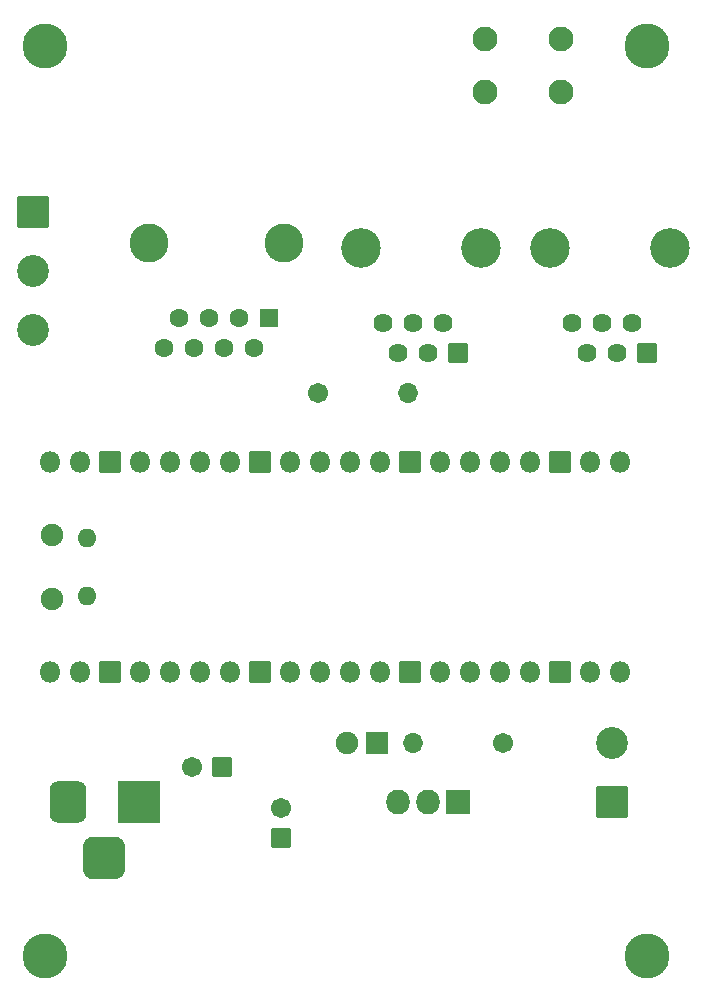
<source format=gbr>
%TF.GenerationSoftware,KiCad,Pcbnew,(6.0.11)*%
%TF.CreationDate,2023-02-20T01:39:33-05:00*%
%TF.ProjectId,Weather_Pico,57656174-6865-4725-9f50-69636f2e6b69,v1*%
%TF.SameCoordinates,Original*%
%TF.FileFunction,Soldermask,Bot*%
%TF.FilePolarity,Negative*%
%FSLAX46Y46*%
G04 Gerber Fmt 4.6, Leading zero omitted, Abs format (unit mm)*
G04 Created by KiCad (PCBNEW (6.0.11)) date 2023-02-20 01:39:33*
%MOMM*%
%LPD*%
G01*
G04 APERTURE LIST*
G04 Aperture macros list*
%AMRoundRect*
0 Rectangle with rounded corners*
0 $1 Rounding radius*
0 $2 $3 $4 $5 $6 $7 $8 $9 X,Y pos of 4 corners*
0 Add a 4 corners polygon primitive as box body*
4,1,4,$2,$3,$4,$5,$6,$7,$8,$9,$2,$3,0*
0 Add four circle primitives for the rounded corners*
1,1,$1+$1,$2,$3*
1,1,$1+$1,$4,$5*
1,1,$1+$1,$6,$7*
1,1,$1+$1,$8,$9*
0 Add four rect primitives between the rounded corners*
20,1,$1+$1,$2,$3,$4,$5,0*
20,1,$1+$1,$4,$5,$6,$7,0*
20,1,$1+$1,$6,$7,$8,$9,0*
20,1,$1+$1,$8,$9,$2,$3,0*%
G04 Aperture macros list end*
%ADD10O,1.902000X1.902000*%
%ADD11O,1.602000X1.602000*%
%ADD12O,1.802000X1.802000*%
%ADD13RoundRect,0.051000X0.850000X-0.850000X0.850000X0.850000X-0.850000X0.850000X-0.850000X-0.850000X0*%
%ADD14C,2.102000*%
%ADD15C,1.702000*%
%ADD16O,1.702000X1.702000*%
%ADD17RoundRect,0.051000X0.900000X0.900000X-0.900000X0.900000X-0.900000X-0.900000X0.900000X-0.900000X0*%
%ADD18C,1.902000*%
%ADD19RoundRect,0.051000X-1.300000X1.300000X-1.300000X-1.300000X1.300000X-1.300000X1.300000X1.300000X0*%
%ADD20C,2.702000*%
%ADD21RoundRect,0.051000X1.300000X-1.300000X1.300000X1.300000X-1.300000X1.300000X-1.300000X-1.300000X0*%
%ADD22RoundRect,0.051000X0.800000X-0.800000X0.800000X0.800000X-0.800000X0.800000X-0.800000X-0.800000X0*%
%ADD23RoundRect,0.051000X0.800000X0.800000X-0.800000X0.800000X-0.800000X-0.800000X0.800000X-0.800000X0*%
%ADD24C,3.802000*%
%ADD25C,3.352000*%
%ADD26RoundRect,0.051000X0.760000X0.760000X-0.760000X0.760000X-0.760000X-0.760000X0.760000X-0.760000X0*%
%ADD27C,1.622000*%
%ADD28C,3.302000*%
%ADD29RoundRect,0.051000X0.750000X0.750000X-0.750000X0.750000X-0.750000X-0.750000X0.750000X-0.750000X0*%
%ADD30C,1.602000*%
%ADD31RoundRect,0.051000X0.952500X1.000000X-0.952500X1.000000X-0.952500X-1.000000X0.952500X-1.000000X0*%
%ADD32O,2.007000X2.102000*%
%ADD33RoundRect,0.051000X-1.750000X-1.750000X1.750000X-1.750000X1.750000X1.750000X-1.750000X1.750000X0*%
%ADD34RoundRect,0.801000X-0.750000X-1.000000X0.750000X-1.000000X0.750000X1.000000X-0.750000X1.000000X0*%
%ADD35RoundRect,0.926000X-0.875000X-0.875000X0.875000X-0.875000X0.875000X0.875000X-0.875000X0.875000X0*%
G04 APERTURE END LIST*
D10*
%TO.C,U1*%
X125600000Y-104375000D03*
D11*
X128630000Y-109525000D03*
D10*
X125600000Y-109825000D03*
D11*
X128630000Y-104675000D03*
D12*
X125470000Y-115990000D03*
X128010000Y-115990000D03*
D13*
X130550000Y-115990000D03*
D12*
X133090000Y-115990000D03*
X135630000Y-115990000D03*
X138170000Y-115990000D03*
X140710000Y-115990000D03*
D13*
X143250000Y-115990000D03*
D12*
X145790000Y-115990000D03*
X148330000Y-115990000D03*
X150870000Y-115990000D03*
X153410000Y-115990000D03*
D13*
X155950000Y-115990000D03*
D12*
X158490000Y-115990000D03*
X161030000Y-115990000D03*
X163570000Y-115990000D03*
X166110000Y-115990000D03*
D13*
X168650000Y-115990000D03*
D12*
X171190000Y-115990000D03*
X173730000Y-115990000D03*
X173730000Y-98210000D03*
X171190000Y-98210000D03*
D13*
X168650000Y-98210000D03*
D12*
X166110000Y-98210000D03*
X163570000Y-98210000D03*
X161030000Y-98210000D03*
X158490000Y-98210000D03*
D13*
X155950000Y-98210000D03*
D12*
X153410000Y-98210000D03*
X150870000Y-98210000D03*
X148330000Y-98210000D03*
X145790000Y-98210000D03*
D13*
X143250000Y-98210000D03*
D12*
X140710000Y-98210000D03*
X138170000Y-98210000D03*
X135630000Y-98210000D03*
X133090000Y-98210000D03*
D13*
X130550000Y-98210000D03*
D12*
X128010000Y-98210000D03*
X125470000Y-98210000D03*
%TD*%
D14*
%TO.C,SW1*%
X162250000Y-66850000D03*
X168750000Y-66850000D03*
X162250000Y-62350000D03*
X168750000Y-62350000D03*
%TD*%
D15*
%TO.C,R2*%
X163810000Y-122000000D03*
D16*
X156190000Y-122000000D03*
%TD*%
D17*
%TO.C,D1*%
X153140000Y-122000000D03*
D18*
X150600000Y-122000000D03*
%TD*%
D19*
%TO.C,J3*%
X124000000Y-77000000D03*
D20*
X124000000Y-82000000D03*
X124000000Y-87000000D03*
%TD*%
D15*
%TO.C,R1*%
X148190000Y-92400000D03*
D16*
X155810000Y-92400000D03*
%TD*%
D21*
%TO.C,J1*%
X173000000Y-127000000D03*
D20*
X173000000Y-122000000D03*
%TD*%
D22*
%TO.C,C1*%
X145000000Y-130000000D03*
D15*
X145000000Y-127500000D03*
%TD*%
D23*
%TO.C,C2*%
X140000000Y-124000000D03*
D15*
X137500000Y-124000000D03*
%TD*%
D24*
%TO.C,H1*%
X176000000Y-140000000D03*
%TD*%
%TO.C,H2*%
X125000000Y-63000000D03*
%TD*%
%TO.C,H3*%
X176000000Y-63000000D03*
%TD*%
%TO.C,H4*%
X125000000Y-140000000D03*
%TD*%
D25*
%TO.C,J4*%
X167750000Y-80110000D03*
X177910000Y-80110000D03*
D26*
X176000000Y-89000000D03*
D27*
X174730000Y-86460000D03*
X173460000Y-89000000D03*
X172190000Y-86460000D03*
X170920000Y-89000000D03*
X169650000Y-86460000D03*
%TD*%
D25*
%TO.C,J5*%
X151750000Y-80110000D03*
X161910000Y-80110000D03*
D26*
X160000000Y-89000000D03*
D27*
X158730000Y-86460000D03*
X157460000Y-89000000D03*
X156190000Y-86460000D03*
X154920000Y-89000000D03*
X153650000Y-86460000D03*
%TD*%
D28*
%TO.C,J6*%
X145270000Y-79650000D03*
X133840000Y-79650000D03*
D29*
X144000000Y-86000000D03*
D30*
X142730000Y-88540000D03*
X141460000Y-86000000D03*
X140190000Y-88540000D03*
X138920000Y-86000000D03*
X137650000Y-88540000D03*
X136380000Y-86000000D03*
X135110000Y-88540000D03*
%TD*%
D31*
%TO.C,U2*%
X160000000Y-127000000D03*
D32*
X157460000Y-127000000D03*
X154920000Y-127000000D03*
%TD*%
D33*
%TO.C,J2*%
X133000000Y-127000000D03*
D34*
X127000000Y-127000000D03*
D35*
X130000000Y-131700000D03*
%TD*%
M02*

</source>
